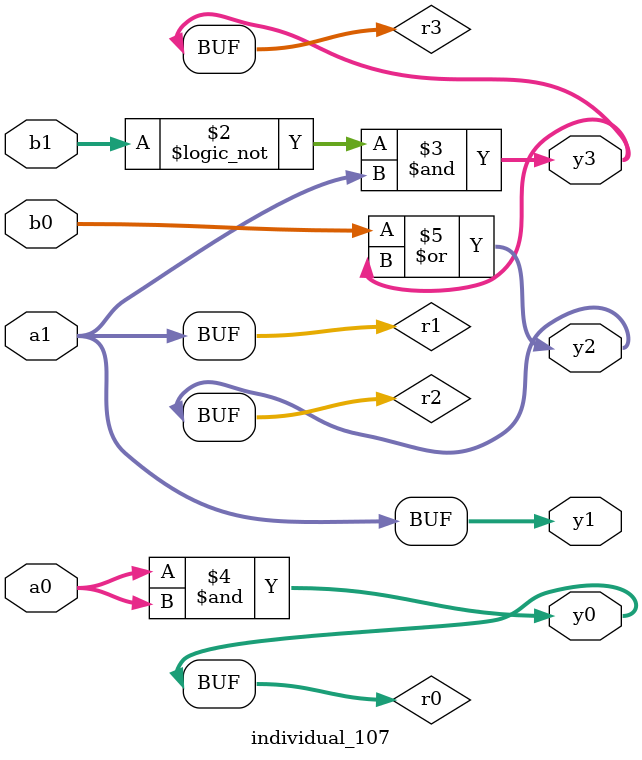
<source format=sv>
module individual_107(input logic [15:0] a1, input logic [15:0] a0, input logic [15:0] b1, input logic [15:0] b0, output logic [15:0] y3, output logic [15:0] y2, output logic [15:0] y1, output logic [15:0] y0);
logic [15:0] r0, r1, r2, r3; 
 always@(*) begin 
	 r0 = a0; r1 = a1; r2 = b0; r3 = b1; 
 	 r3 = ! r3 ;
 	 r3  &=  r1 ;
 	 r0  &=  a0 ;
 	 r2  |=  r3 ;
 	 y3 = r3; y2 = r2; y1 = r1; y0 = r0; 
end
endmodule
</source>
